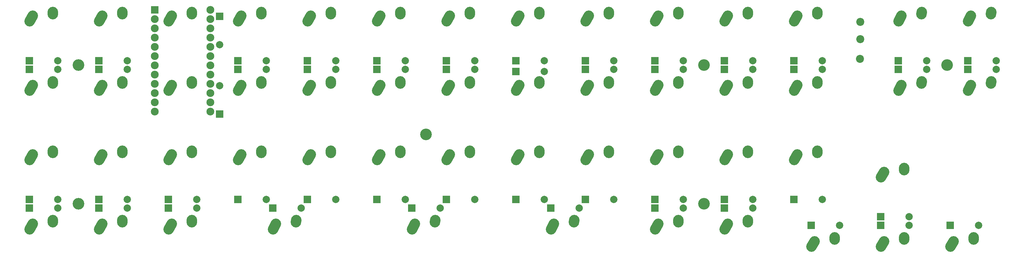
<source format=gts>
G04 #@! TF.FileFunction,Soldermask,Top*
%FSLAX46Y46*%
G04 Gerber Fmt 4.6, Leading zero omitted, Abs format (unit mm)*
G04 Created by KiCad (PCBNEW 4.0.7) date 07/12/18 08:23:41*
%MOMM*%
%LPD*%
G01*
G04 APERTURE LIST*
%ADD10C,0.100000*%
%ADD11R,2.000000X2.000000*%
%ADD12C,2.000000*%
%ADD13C,3.200000*%
%ADD14C,2.900000*%
%ADD15R,2.152600X2.152600*%
%ADD16C,2.152600*%
%ADD17C,2.200000*%
G04 APERTURE END LIST*
D10*
D11*
X15150000Y-48815600D03*
D12*
X22950000Y-48815600D03*
D11*
X15150000Y-51196900D03*
D12*
X22950000Y-51196900D03*
D11*
X15150000Y-86915600D03*
D12*
X22950000Y-86915600D03*
D11*
X15150000Y-89296900D03*
D12*
X22950000Y-89296900D03*
D11*
X34200000Y-48815600D03*
D12*
X42000000Y-48815600D03*
D11*
X34200000Y-51196900D03*
D12*
X42000000Y-51196900D03*
D11*
X34200000Y-86915600D03*
D12*
X42000000Y-86915600D03*
D11*
X34200000Y-89296900D03*
D12*
X42000000Y-89296900D03*
D11*
X67270300Y-36581200D03*
D12*
X67270300Y-44381200D03*
D11*
X67270300Y-63431200D03*
D12*
X67270300Y-55631200D03*
D11*
X53250000Y-86915600D03*
D12*
X61050000Y-86915600D03*
D11*
X53250000Y-89296900D03*
D12*
X61050000Y-89296900D03*
D11*
X72300000Y-48815600D03*
D12*
X80100000Y-48815600D03*
D11*
X72300000Y-51196900D03*
D12*
X80100000Y-51196900D03*
D11*
X72300000Y-86915600D03*
D12*
X80100000Y-86915600D03*
D11*
X81825000Y-89296900D03*
D12*
X89625000Y-89296900D03*
D11*
X91350000Y-48815600D03*
D12*
X99150000Y-48815600D03*
D11*
X91350000Y-51196900D03*
D12*
X99150000Y-51196900D03*
D11*
X91350000Y-86915600D03*
D12*
X99150000Y-86915600D03*
D11*
X110400000Y-48815600D03*
D12*
X118200000Y-48815600D03*
D11*
X110400000Y-51196900D03*
D12*
X118200000Y-51196900D03*
D11*
X110400000Y-86915600D03*
D12*
X118200000Y-86915600D03*
D11*
X119925000Y-89296900D03*
D12*
X127725000Y-89296900D03*
D11*
X129450000Y-48815600D03*
D12*
X137250000Y-48815600D03*
D11*
X129450000Y-51196900D03*
D12*
X137250000Y-51196900D03*
D11*
X129450000Y-86915600D03*
D12*
X137250000Y-86915600D03*
D11*
X148500000Y-48815600D03*
D12*
X156300000Y-48815600D03*
D11*
X148500000Y-51792200D03*
D12*
X156300000Y-51792200D03*
D11*
X148500000Y-86915600D03*
D12*
X156300000Y-86915600D03*
D11*
X158025000Y-89296900D03*
D12*
X165825000Y-89296900D03*
D11*
X167550000Y-48815600D03*
D12*
X175350000Y-48815600D03*
D11*
X167550000Y-51196900D03*
D12*
X175350000Y-51196900D03*
D11*
X167550000Y-86915600D03*
D12*
X175350000Y-86915600D03*
D11*
X186600000Y-48815600D03*
D12*
X194400000Y-48815600D03*
D11*
X186600000Y-51196900D03*
D12*
X194400000Y-51196900D03*
D11*
X186600000Y-86915600D03*
D12*
X194400000Y-86915600D03*
D11*
X186600000Y-89296900D03*
D12*
X194400000Y-89296900D03*
D11*
X205650000Y-48815600D03*
D12*
X213450000Y-48815600D03*
D11*
X205650000Y-51196900D03*
D12*
X213450000Y-51196900D03*
D11*
X205650000Y-86915600D03*
D12*
X213450000Y-86915600D03*
D11*
X205650000Y-89296900D03*
D12*
X213450000Y-89296900D03*
D11*
X224700000Y-48815600D03*
D12*
X232500000Y-48815600D03*
D11*
X224700000Y-51196900D03*
D12*
X232500000Y-51196900D03*
D11*
X224700000Y-86915600D03*
D12*
X232500000Y-86915600D03*
D11*
X229462000Y-94059400D03*
D12*
X237262000Y-94059400D03*
D11*
X253275000Y-48815600D03*
D12*
X261075000Y-48815600D03*
D11*
X253275000Y-51196900D03*
D12*
X261075000Y-51196900D03*
D11*
X248512000Y-91678100D03*
D12*
X256312000Y-91678100D03*
D11*
X248512000Y-94059400D03*
D12*
X256312000Y-94059400D03*
D11*
X272325000Y-48815600D03*
D12*
X280125000Y-48815600D03*
D11*
X272325000Y-51196900D03*
D12*
X280125000Y-51196900D03*
D11*
X267562000Y-94059400D03*
D12*
X275362000Y-94059400D03*
D13*
X28575000Y-50006200D03*
X266700000Y-50006200D03*
X200025000Y-88106200D03*
X28575000Y-88106200D03*
D14*
X225600453Y-55531246D02*
X224789547Y-56991154D01*
X231139724Y-54451872D02*
X231100276Y-55030528D01*
X206550453Y-74581246D02*
X205739547Y-76041154D01*
X212089724Y-73501872D02*
X212050276Y-74080528D01*
X206550453Y-55531246D02*
X205739547Y-56991154D01*
X212089724Y-54451872D02*
X212050276Y-55030528D01*
X168450453Y-74581246D02*
X167639547Y-76041154D01*
X173989724Y-73501872D02*
X173950276Y-74080528D01*
X187500453Y-74581246D02*
X186689547Y-76041154D01*
X193039724Y-73501872D02*
X193000276Y-74080528D01*
X35100453Y-55531246D02*
X34289547Y-56991154D01*
X40639724Y-54451872D02*
X40600276Y-55030528D01*
X111300453Y-74581246D02*
X110489547Y-76041154D01*
X116839724Y-73501872D02*
X116800276Y-74080528D01*
X225600453Y-36481246D02*
X224789547Y-37941154D01*
X231139724Y-35401872D02*
X231100276Y-35980528D01*
X254175453Y-55531246D02*
X253364547Y-56991154D01*
X259714724Y-54451872D02*
X259675276Y-55030528D01*
X273225453Y-55531246D02*
X272414547Y-56991154D01*
X278764724Y-54451872D02*
X278725276Y-55030528D01*
X73200453Y-74581246D02*
X72389547Y-76041154D01*
X78739724Y-73501872D02*
X78700276Y-74080528D01*
X16050453Y-93631246D02*
X15239547Y-95091154D01*
X21589724Y-92551872D02*
X21550276Y-93130528D01*
X73200453Y-55531246D02*
X72389547Y-56991154D01*
X78739724Y-54451872D02*
X78700276Y-55030528D01*
X249412453Y-98394046D02*
X248601547Y-99853954D01*
X254951724Y-97314672D02*
X254912276Y-97893328D01*
X73200453Y-36481246D02*
X72389547Y-37941154D01*
X78739724Y-35401872D02*
X78700276Y-35980528D01*
X16050453Y-55531246D02*
X15239547Y-56991154D01*
X21589724Y-54451872D02*
X21550276Y-55030528D01*
X92250453Y-55531246D02*
X91439547Y-56991154D01*
X97789724Y-54451872D02*
X97750276Y-55030528D01*
X206550453Y-93631246D02*
X205739547Y-95091154D01*
X212089724Y-92551872D02*
X212050276Y-93130528D01*
X111300453Y-55531246D02*
X110489547Y-56991154D01*
X116839724Y-54451872D02*
X116800276Y-55030528D01*
X130350453Y-55531246D02*
X129539547Y-56991154D01*
X135889724Y-54451872D02*
X135850276Y-55030528D01*
X168450453Y-36481246D02*
X167639547Y-37941154D01*
X173989724Y-35401872D02*
X173950276Y-35980528D01*
X149400453Y-55531246D02*
X148589547Y-56991154D01*
X154939724Y-54451872D02*
X154900276Y-55030528D01*
X168450453Y-55531246D02*
X167639547Y-56991154D01*
X173989724Y-54451872D02*
X173950276Y-55030528D01*
X187500453Y-55531246D02*
X186689547Y-56991154D01*
X193039724Y-54451872D02*
X193000276Y-55030528D01*
X54150453Y-93631246D02*
X53339547Y-95091154D01*
X59689724Y-92551872D02*
X59650276Y-93130528D01*
X230362453Y-98394046D02*
X229551547Y-99853954D01*
X235901724Y-97314672D02*
X235862276Y-97893328D01*
X16050453Y-74581246D02*
X15239547Y-76041154D01*
X21589724Y-73501872D02*
X21550276Y-74080528D01*
X149400453Y-74581246D02*
X148589547Y-76041154D01*
X154939724Y-73501872D02*
X154900276Y-74080528D01*
X130350453Y-74581246D02*
X129539547Y-76041154D01*
X135889724Y-73501872D02*
X135850276Y-74080528D01*
X187500453Y-36481246D02*
X186689547Y-37941154D01*
X193039724Y-35401872D02*
X193000276Y-35980528D01*
X206550453Y-36481246D02*
X205739547Y-37941154D01*
X212089724Y-35401872D02*
X212050276Y-35980528D01*
X35100453Y-36481246D02*
X34289547Y-37941154D01*
X40639724Y-35401872D02*
X40600276Y-35980528D01*
X92250453Y-36481246D02*
X91439547Y-37941154D01*
X97789724Y-35401872D02*
X97750276Y-35980528D01*
X187500453Y-93631246D02*
X186689547Y-95091154D01*
X193039724Y-92551872D02*
X193000276Y-93130528D01*
X268462453Y-98394046D02*
X267651547Y-99853954D01*
X274001724Y-97314672D02*
X273962276Y-97893328D01*
X225600453Y-74581246D02*
X224789547Y-76041154D01*
X231139724Y-73501872D02*
X231100276Y-74080528D01*
X54150453Y-55531246D02*
X53339547Y-56991154D01*
X59689724Y-54451872D02*
X59650276Y-55030528D01*
X111300453Y-36481246D02*
X110489547Y-37941154D01*
X116839724Y-35401872D02*
X116800276Y-35980528D01*
X16050453Y-36481246D02*
X15239547Y-37941154D01*
X21589724Y-35401872D02*
X21550276Y-35980528D01*
X254175453Y-36481246D02*
X253364547Y-37941154D01*
X259714724Y-35401872D02*
X259675276Y-35980528D01*
X273225453Y-36481246D02*
X272414547Y-37941154D01*
X278764724Y-35401872D02*
X278725276Y-35980528D01*
X149400453Y-36481246D02*
X148589547Y-37941154D01*
X154939724Y-35401872D02*
X154900276Y-35980528D01*
X249412453Y-79343846D02*
X248601547Y-80803754D01*
X254951724Y-78264472D02*
X254912276Y-78843128D01*
X92250453Y-74581246D02*
X91439547Y-76041154D01*
X97789724Y-73501872D02*
X97750276Y-74080528D01*
X54150453Y-36481246D02*
X53339547Y-37941154D01*
X59689724Y-35401872D02*
X59650276Y-35980528D01*
X35100453Y-93631246D02*
X34289547Y-95091154D01*
X40639724Y-92551872D02*
X40600276Y-93130528D01*
X54150453Y-74581246D02*
X53339547Y-76041154D01*
X59689724Y-73501872D02*
X59650276Y-74080528D01*
X130350453Y-36481246D02*
X129539547Y-37941154D01*
X135889724Y-35401872D02*
X135850276Y-35980528D01*
X35100453Y-74581246D02*
X34289547Y-76041154D01*
X40639724Y-73501872D02*
X40600276Y-74080528D01*
D15*
X49530000Y-34845600D03*
D16*
X49530000Y-37385600D03*
X49530000Y-39925600D03*
X49530000Y-42465600D03*
X49530000Y-45005600D03*
X49530000Y-47545600D03*
X49530000Y-50085600D03*
X49530000Y-52625600D03*
X49530000Y-55165600D03*
X49530000Y-57705600D03*
X49530000Y-60245600D03*
X49530000Y-62785600D03*
X64770000Y-62785600D03*
X64770000Y-60245600D03*
X64770000Y-57705600D03*
X64770000Y-55165600D03*
X64770000Y-52625600D03*
X64770000Y-50085600D03*
X64770000Y-47545600D03*
X64770000Y-45005600D03*
X64770000Y-42465600D03*
X64770000Y-39925600D03*
X64770000Y-37385600D03*
X64770000Y-34845600D03*
D17*
X242888000Y-38100000D03*
X242888000Y-42862500D03*
X242824000Y-48260000D03*
D13*
X123825000Y-69056200D03*
X200025000Y-50006200D03*
D14*
X82725453Y-93631246D02*
X81914547Y-95091154D01*
X88264724Y-92551872D02*
X88225276Y-93130528D01*
X120825453Y-93631246D02*
X120014547Y-95091154D01*
X126364724Y-92551872D02*
X126325276Y-93130528D01*
X158925453Y-93631246D02*
X158114547Y-95091154D01*
X164464724Y-92551872D02*
X164425276Y-93130528D01*
M02*

</source>
